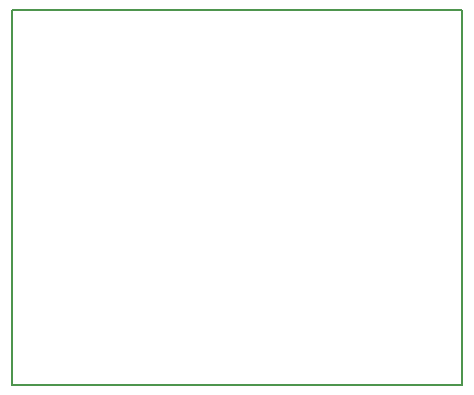
<source format=gm1>
G04 #@! TF.GenerationSoftware,KiCad,Pcbnew,6.0.0*
G04 #@! TF.CreationDate,2022-02-03T15:12:05-05:00*
G04 #@! TF.ProjectId,sensors,73656e73-6f72-4732-9e6b-696361645f70,rev?*
G04 #@! TF.SameCoordinates,Original*
G04 #@! TF.FileFunction,Profile,NP*
%FSLAX46Y46*%
G04 Gerber Fmt 4.6, Leading zero omitted, Abs format (unit mm)*
G04 Created by KiCad (PCBNEW 6.0.0) date 2022-02-03 15:12:05*
%MOMM*%
%LPD*%
G01*
G04 APERTURE LIST*
G04 #@! TA.AperFunction,Profile*
%ADD10C,0.150000*%
G04 #@! TD*
G04 APERTURE END LIST*
D10*
X165100000Y-94615000D02*
X127000000Y-94615000D01*
X127000000Y-94615000D02*
X127000000Y-62865000D01*
X127000000Y-62865000D02*
X165100000Y-62865000D01*
X165100000Y-62865000D02*
X165100000Y-94615000D01*
M02*

</source>
